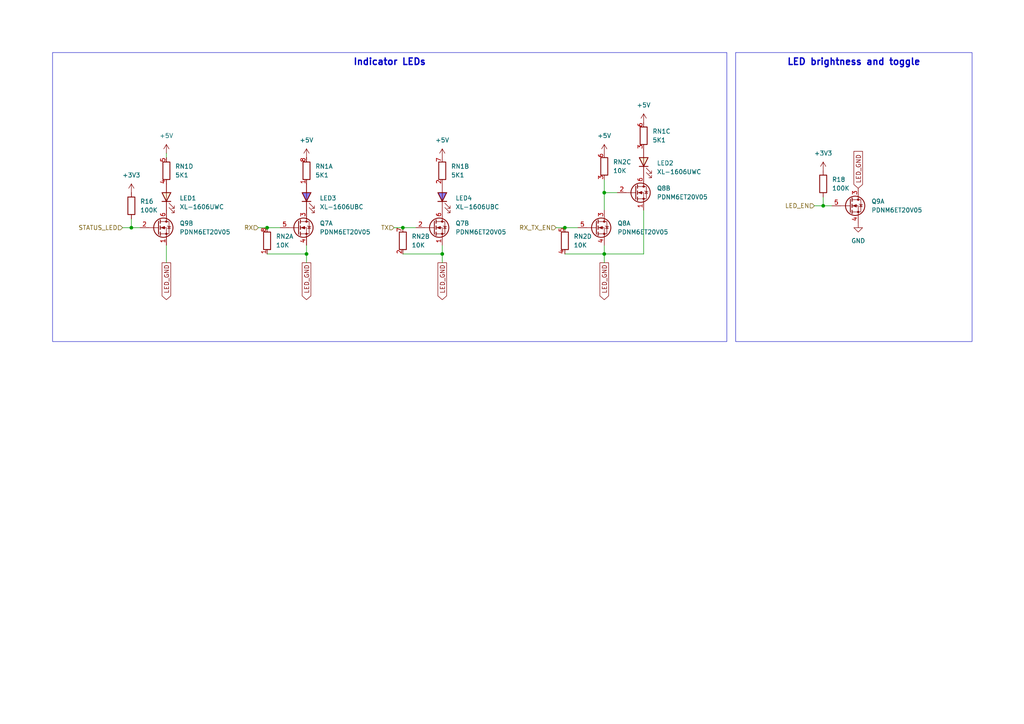
<source format=kicad_sch>
(kicad_sch (version 20231120) (generator "eeschema") (generator_version "8.0")
  (paper "A4")
  (lib_symbols
    (symbol "Device:R" (pin_numbers hide) (pin_names (offset 0))
      (property "Reference" "R" (at 2.032 0 90))
      (property "Value" "R" (at 0 0 90))
      (symbol "R_0_1"
        (rectangle (start -1.016 -2.54) (end 1.016 2.54) (stroke (width 0.254)))
      )
      (symbol "R_1_1"
        (pin passive line (at 0 3.81 270) (length 1.27) (name "~") (number "1"))
        (pin passive line (at 0 -3.81 90) (length 1.27) (name "~") (number "2"))
      )
    )
    (symbol "Device:R_Pack04_Split" (pin_names (offset 0) hide)
      (property "Reference" "RN" (at 2.032 0 90))
      (property "Value" "R_Pack04_Split" (at 0 0 90))
      (symbol "R_Pack04_Split_0_1"
        (rectangle (start 1.016 2.54) (end -1.016 -2.54) (stroke (width 0.254)))
      )
      (symbol "R_Pack04_Split_1_1"
        (pin passive line (at 0 -3.81 90) (length 1.27) (name "R1.1") (number "1"))
        (pin passive line (at 0 3.81 270) (length 1.27) (name "R1.2") (number "8"))
      )
      (symbol "R_Pack04_Split_2_1"
        (pin passive line (at 0 -3.81 90) (length 1.27) (name "R2.1") (number "2"))
        (pin passive line (at 0 3.81 270) (length 1.27) (name "R2.2") (number "7"))
      )
      (symbol "R_Pack04_Split_3_1"
        (pin passive line (at 0 -3.81 90) (length 1.27) (name "R3.1") (number "3"))
        (pin passive line (at 0 3.81 270) (length 1.27) (name "R3.2") (number "6"))
      )
      (symbol "R_Pack04_Split_4_1"
        (pin passive line (at 0 -3.81 90) (length 1.27) (name "R4.1") (number "4"))
        (pin passive line (at 0 3.81 270) (length 1.27) (name "R4.2") (number "5"))
      )
    )
    (symbol "discrete:PDNM6ET20V05" (pin_names hide)
      (property "Reference" "Q" (at 5.08 1.905 0))
      (property "Value" "PDNM6ET20V05" (at 5.08 0 0))
      (symbol "PDNM6ET20V05_0_1"
        (polyline (pts (xy 0.254 0) (xy -2.54 0)))
        (polyline (pts (xy 0.254 1.905) (xy 0.254 -1.905)) (stroke (width 0.254)))
        (polyline (pts (xy 0.762 -1.27) (xy 0.762 -2.286)) (stroke (width 0.254)))
        (polyline (pts (xy 0.762 0.508) (xy 0.762 -0.508)) (stroke (width 0.254)))
        (polyline (pts (xy 0.762 2.286) (xy 0.762 1.27)) (stroke (width 0.254)))
        (polyline (pts (xy 2.54 2.54) (xy 2.54 1.778)))
        (polyline (pts (xy 2.54 -2.54) (xy 2.54 0) (xy 0.762 0)))
        (polyline (pts (xy 0.762 -1.778) (xy 3.302 -1.778) (xy 3.302 1.778) (xy 0.762 1.778)))
        (polyline (pts (xy 1.016 0) (xy 2.032 0.381) (xy 2.032 -0.381) (xy 1.016 0)) (fill (type outline)))
        (polyline (pts (xy 2.794 0.508) (xy 2.921 0.381) (xy 3.683 0.381) (xy 3.81 0.254)))
        (polyline (pts (xy 3.302 0.381) (xy 2.921 -0.254) (xy 3.683 -0.254) (xy 3.302 0.381)))
        (circle (center 1.651 0) (radius 2.794) (stroke (width 0.254)))
        (circle (center 2.54 -1.778) (radius 0.254) (fill (type outline)))
        (circle (center 2.54 1.778) (radius 0.254) (fill (type outline)))
      )
      (symbol "PDNM6ET20V05_1_1"
        (pin passive line (at 2.54 5.08 270) (length 2.54) (name "D") (number "3"))
        (pin passive line (at 2.54 -5.08 90) (length 2.54) (name "S") (number "4"))
        (pin input line (at -5.08 0 0) (length 2.54) (name "G") (number "5"))
      )
      (symbol "PDNM6ET20V05_2_1"
        (pin passive line (at 2.54 -5.08 90) (length 2.54) (name "S") (number "1"))
        (pin input line (at -5.08 0 0) (length 2.54) (name "G") (number "2"))
        (pin passive line (at 2.54 5.08 270) (length 2.54) (name "D") (number "6"))
      )
    )
    (symbol "discrete:XL-1606UBC" (pin_numbers hide) (pin_names (offset 1.016) hide)
      (property "Reference" "D" (at 0 2.54 0))
      (property "Value" "XL-1606UBC" (at 0 -2.54 0))
      (symbol "XL-1606UBC_0_1"
        (polyline (pts (xy -1.27 -1.27) (xy -1.27 1.27)) (stroke (width 0.254)))
        (polyline (pts (xy -3.048 -0.762) (xy -4.572 -2.286) (xy -3.81 -2.286) (xy -4.572 -2.286) (xy -4.572 -1.524)))
        (polyline (pts (xy -1.778 -0.762) (xy -3.302 -2.286) (xy -2.54 -2.286) (xy -3.302 -2.286) (xy -3.302 -1.524)))
      )
      (symbol "XL-1606UBC_1_1"
        (polyline (pts (xy -1.27 0) (xy 1.27 0)))
        (polyline (pts (xy 1.27 -1.27) (xy 1.27 1.27) (xy -1.27 0) (xy 1.27 -1.27)) (stroke (width 0.254)) (fill (type color) (color 0 0 255 0.5)))
        (pin passive line (at -3.81 0 0) (length 2.54) (name "K") (number "1"))
        (pin passive line (at 3.81 0 180) (length 2.54) (name "A") (number "2"))
      )
    )
    (symbol "discrete:XL-1606UWC" (pin_numbers hide) (pin_names (offset 1.016) hide)
      (property "Reference" "D" (at 0 2.54 0))
      (property "Value" "XL-1606UWC" (at 0 -2.54 0))
      (symbol "XL-1606UWC_0_1"
        (polyline (pts (xy -1.27 -1.27) (xy -1.27 1.27)) (stroke (width 0.254)))
        (polyline (pts (xy -3.048 -0.762) (xy -4.572 -2.286) (xy -3.81 -2.286) (xy -4.572 -2.286) (xy -4.572 -1.524)))
        (polyline (pts (xy -1.778 -0.762) (xy -3.302 -2.286) (xy -2.54 -2.286) (xy -3.302 -2.286) (xy -3.302 -1.524)))
      )
      (symbol "XL-1606UWC_1_1"
        (polyline (pts (xy -1.27 0) (xy 1.27 0)))
        (polyline (pts (xy 1.27 -1.27) (xy 1.27 1.27) (xy -1.27 0) (xy 1.27 -1.27)) (stroke (width 0.254)) (fill (type color) (color 255 255 194 0.5)))
        (pin passive line (at -3.81 0 0) (length 2.54) (name "K") (number "1"))
        (pin passive line (at 3.81 0 180) (length 2.54) (name "A") (number "2"))
      )
    )
    (symbol "power:+3V3" (power) (pin_numbers hide) (pin_names (offset 0) hide)
      (property "Value" "+3V3" (at 0 3.556 0))
      (symbol "+3V3_0_1"
        (polyline (pts (xy -0.762 1.27) (xy 0 2.54)))
        (polyline (pts (xy 0 0) (xy 0 2.54)))
        (polyline (pts (xy 0 2.54) (xy 0.762 1.27)))
      )
      (symbol "+3V3_1_1"
        (pin power_in line (at 0 0 90) (length 0) (name "~") (number "1"))
      )
    )
    (symbol "power:GND" (power) (pin_numbers hide) (pin_names (offset 0) hide)
      (property "Value" "GND" (at 0 -3.81 0))
      (symbol "GND_0_1"
        (polyline (pts (xy 0 0) (xy 0 -1.27) (xy 1.27 -1.27) (xy 0 -2.54) (xy -1.27 -1.27) (xy 0 -1.27)))
      )
      (symbol "GND_1_1"
        (pin power_in line (at 0 0 270) (length 0) (name "~") (number "1"))
      )
    )
    (symbol "power:VCC" (power) (pin_numbers hide) (pin_names (offset 0) hide)
      (property "Value" "VCC" (at 0 3.556 0))
      (symbol "VCC_0_1"
        (polyline (pts (xy -0.762 1.27) (xy 0 2.54)))
        (polyline (pts (xy 0 0) (xy 0 2.54)))
        (polyline (pts (xy 0 2.54) (xy 0.762 1.27)))
      )
      (symbol "VCC_1_1"
        (pin power_in line (at 0 0 90) (length 0) (name "~") (number "1"))
      )
    )
  )
  (junction (at 38.1 66.04))
  (junction (at 88.9 73.66))
  (junction (at 116.84 66.04))
  (junction (at 163.83 66.04))
  (junction (at 128.27 73.66))
  (junction (at 238.76 59.69))
  (junction (at 77.47 66.04))
  (junction (at 175.26 55.88))
  (junction (at 175.26 73.66))
  (wire (pts (xy 128.27 71.12) (xy 128.27 73.66)))
  (wire (pts (xy 88.9 71.12) (xy 88.9 73.66)))
  (wire (pts (xy 74.93 66.04) (xy 77.47 66.04)))
  (wire (pts (xy 175.26 52.07) (xy 175.26 55.88)))
  (wire (pts (xy 238.76 59.69) (xy 241.3 59.69)))
  (wire (pts (xy 175.26 71.12) (xy 175.26 73.66)))
  (wire (pts (xy 38.1 66.04) (xy 40.64 66.04)))
  (wire (pts (xy 175.26 55.88) (xy 175.26 60.96)))
  (wire (pts (xy 236.22 59.69) (xy 238.76 59.69)))
  (wire (pts (xy 77.47 66.04) (xy 81.28 66.04)))
  (wire (pts (xy 48.26 44.45) (xy 48.26 45.72)))
  (wire (pts (xy 128.27 73.66) (xy 128.27 76.2)))
  (wire (pts (xy 163.83 66.04) (xy 167.64 66.04)))
  (wire (pts (xy 116.84 73.66) (xy 128.27 73.66)))
  (wire (pts (xy 186.69 60.96) (xy 186.69 73.66)))
  (wire (pts (xy 186.69 73.66) (xy 175.26 73.66)))
  (wire (pts (xy 116.84 66.04) (xy 120.65 66.04)))
  (wire (pts (xy 35.56 66.04) (xy 38.1 66.04)))
  (wire (pts (xy 175.26 55.88) (xy 179.07 55.88)))
  (wire (pts (xy 114.3 66.04) (xy 116.84 66.04)))
  (wire (pts (xy 175.26 76.2) (xy 175.26 73.66)))
  (wire (pts (xy 38.1 63.5) (xy 38.1 66.04)))
  (wire (pts (xy 48.26 71.12) (xy 48.26 76.2)))
  (wire (pts (xy 238.76 57.15) (xy 238.76 59.69)))
  (wire (pts (xy 77.47 73.66) (xy 88.9 73.66)))
  (wire (pts (xy 163.83 73.66) (xy 175.26 73.66)))
  (wire (pts (xy 88.9 73.66) (xy 88.9 76.2)))
  (wire (pts (xy 161.29 66.04) (xy 163.83 66.04)))
  (text_box "LED brightness and toggle" (at 213.36 15.24 0) (size 68.58 83.82) (stroke (width 0.127)) (effects (font (size 1.905 1.905) (thickness 0.381) (bold yes)) (justify top)))
  (text_box "Indicator LEDs" (at 15.24 15.24 0) (size 195.58 83.82) (stroke (width 0.127)) (effects (font (size 1.905 1.905) (thickness 0.381) (bold yes)) (justify top)))
  (global_label "LED_GND" (shape input) (at 248.92 54.61 90) (property "Intersheetrefs" "${INTERSHEET_REFS}" (effects (hide yes))))
  (global_label "LED_GND" (shape output) (at 128.27 76.2 270) (property "Intersheetrefs" "${INTERSHEET_REFS}" (effects (hide yes))))
  (global_label "LED_GND" (shape output) (at 88.9 76.2 270) (property "Intersheetrefs" "${INTERSHEET_REFS}" (effects (hide yes))))
  (global_label "LED_GND" (shape output) (at 175.26 76.2 270) (property "Intersheetrefs" "${INTERSHEET_REFS}" (effects (hide yes))))
  (global_label "LED_GND" (shape output) (at 48.26 76.2 270) (property "Intersheetrefs" "${INTERSHEET_REFS}" (effects (hide yes))))
  (hierarchical_label "RX_TX_EN" (shape input) (at 161.29 66.04 180))
  (hierarchical_label "TX" (shape input) (at 114.3 66.04 180))
  (hierarchical_label "RX" (shape input) (at 74.93 66.04 180))
  (hierarchical_label "STATUS_LED" (shape input) (at 35.56 66.04 180))
  (hierarchical_label "LED_EN" (shape input) (at 236.22 59.69 180))
  (symbol (lib_id "discrete:PDNM6ET20V05") (at 184.15 55.88 0) (unit 2)
    (property "Reference" "Q8" (at 190.5 54.6099 0) (effects (justify left)))
    (property "Value" "PDNM6ET20V05" (at 190.5 57.1499 0) (effects (justify left)))
    (property "Footprint" "Package_TO_SOT_SMD:SOT-563" (effects (hide yes)))
    (property "Datasheet" "https://www.lcsc.com/datasheet/lcsc_datasheet_2410121242_Shanghai-Prisemi-Elec-PDNM6ET20V05_C918811.pdf" (effects (hide yes)))
    (property "Description" "500mA Id, 20V Vds, Dual N-Channel MOSFET, SOT-563" (effects (hide yes)))
    (property "LCSC Part" "C918811" (effects (hide yes)))
  )
  (symbol (lib_id "Device:R_Pack04_Split") (at 88.9 49.53 0) (unit 1)
    (property "Reference" "RN1" (at 91.44 48.2599 0) (effects (justify left)))
    (property "Value" "5K1" (at 91.44 50.7999 0) (effects (justify left)))
    (property "Footprint" "discrete:R_Array_Convex_4x0603_HandSolder" (effects (hide yes)))
    (property "Description" "4 resistor network, parallel topology, split" (effects (hide yes)))
  )
  (symbol (lib_id "Device:R_Pack04_Split") (at 77.47 69.85 0) (unit 1)
    (property "Reference" "RN2" (at 80.01 68.5799 0) (effects (justify left)))
    (property "Value" "10K" (at 80.01 71.1199 0) (effects (justify left)))
    (property "Footprint" "discrete:R_Array_Convex_4x0603_HandSolder" (effects (hide yes)))
    (property "Description" "4 resistor network, parallel topology, split" (effects (hide yes)))
  )
  (symbol (lib_id "discrete:PDNM6ET20V05") (at 246.38 59.69 0) (unit 1)
    (property "Reference" "Q9" (at 252.73 58.4199 0) (effects (justify left)))
    (property "Value" "PDNM6ET20V05" (at 252.73 60.9599 0) (effects (justify left)))
    (property "Footprint" "Package_TO_SOT_SMD:SOT-563" (effects (hide yes)))
    (property "Datasheet" "https://www.lcsc.com/datasheet/lcsc_datasheet_2410121242_Shanghai-Prisemi-Elec-PDNM6ET20V05_C918811.pdf" (effects (hide yes)))
    (property "Description" "500mA Id, 20V Vds, Dual N-Channel MOSFET, SOT-563" (effects (hide yes)))
    (property "LCSC Part" "C918811" (effects (hide yes)))
  )
  (symbol (lib_id "power:VCC") (at 186.69 35.56 0) (unit 1)
    (property "Reference" "#PWR087" (effects (hide yes)))
    (property "Value" "+5V" (at 186.69 30.48 0))
    (property "Description" "Power symbol creates a global label with name \"VCC\"" (effects (hide yes)))
  )
  (symbol (lib_id "power:GND") (at 248.92 64.77 0) (unit 1)
    (property "Reference" "#PWR084" (effects (hide yes)))
    (property "Value" "GND" (at 248.92 69.85 0))
    (property "Description" "Power symbol creates a global label with name \"GND\" , ground" (effects (hide yes)))
  )
  (symbol (lib_id "Device:R_Pack04_Split") (at 163.83 69.85 0) (unit 4)
    (property "Reference" "RN2" (at 166.37 68.5799 0) (effects (justify left)))
    (property "Value" "10K" (at 166.37 71.1199 0) (effects (justify left)))
    (property "Footprint" "discrete:R_Array_Convex_4x0603_HandSolder" (effects (hide yes)))
    (property "Description" "4 resistor network, parallel topology, split" (effects (hide yes)))
  )
  (symbol (lib_id "power:VCC") (at 128.27 45.72 0) (unit 1)
    (property "Reference" "#PWR081" (effects (hide yes)))
    (property "Value" "+5V" (at 128.27 40.64 0))
    (property "Description" "Power symbol creates a global label with name \"VCC\"" (effects (hide yes)))
  )
  (symbol (lib_id "discrete:PDNM6ET20V05") (at 45.72 66.04 0) (unit 2)
    (property "Reference" "Q9" (at 52.07 64.7699 0) (effects (justify left)))
    (property "Value" "PDNM6ET20V05" (at 52.07 67.3099 0) (effects (justify left)))
    (property "Footprint" "Package_TO_SOT_SMD:SOT-563" (effects (hide yes)))
    (property "Datasheet" "https://www.lcsc.com/datasheet/lcsc_datasheet_2410121242_Shanghai-Prisemi-Elec-PDNM6ET20V05_C918811.pdf" (effects (hide yes)))
    (property "Description" "500mA Id, 20V Vds, Dual N-Channel MOSFET, SOT-563" (effects (hide yes)))
    (property "LCSC Part" "C918811" (effects (hide yes)))
  )
  (symbol (lib_id "discrete:PDNM6ET20V05") (at 86.36 66.04 0) (unit 1)
    (property "Reference" "Q7" (at 92.71 64.7699 0) (effects (justify left)))
    (property "Value" "PDNM6ET20V05" (at 92.71 67.3099 0) (effects (justify left)))
    (property "Footprint" "Package_TO_SOT_SMD:SOT-563" (effects (hide yes)))
    (property "Datasheet" "https://www.lcsc.com/datasheet/lcsc_datasheet_2410121242_Shanghai-Prisemi-Elec-PDNM6ET20V05_C918811.pdf" (effects (hide yes)))
    (property "Description" "500mA Id, 20V Vds, Dual N-Channel MOSFET, SOT-563" (effects (hide yes)))
    (property "LCSC Part" "C918811" (effects (hide yes)))
  )
  (symbol (lib_id "discrete:XL-1606UBC") (at 128.27 57.15 90) (unit 1)
    (property "Reference" "LED4" (at 132.08 57.4674 90) (effects (justify right)))
    (property "Value" "XL-1606UBC" (at 132.08 60.0074 90) (effects (justify right)))
    (property "Footprint" "discrete:LED_SideEmitter_1.7x1.1mm" (effects (hide yes)))
    (property "Datasheet" "https://www.lcsc.com/datasheet/lcsc_datasheet_2402181506_XINGLIGHT-XL-1606UBC_C965865.pdf" (effects (hide yes)))
    (property "Description" "Light emitting diode, Blue, Side-Emitter package" (effects (hide yes)))
    (property "LCSC Part" "C965865" (effects (hide yes)))
  )
  (symbol (lib_id "Device:R_Pack04_Split") (at 186.69 39.37 0) (unit 3)
    (property "Reference" "RN1" (at 189.23 38.0999 0) (effects (justify left)))
    (property "Value" "5K1" (at 189.23 40.6399 0) (effects (justify left)))
    (property "Footprint" "discrete:R_Array_Convex_4x0603_HandSolder" (effects (hide yes)))
    (property "Description" "4 resistor network, parallel topology, split" (effects (hide yes)))
  )
  (symbol (lib_id "discrete:XL-1606UWC") (at 186.69 46.99 90) (unit 1)
    (property "Reference" "LED2" (at 190.5 47.3074 90) (effects (justify right)))
    (property "Value" "XL-1606UWC" (at 190.5 49.8474 90) (effects (justify right)))
    (property "Footprint" "discrete:LED_SideEmitter_1.7x1.1mm" (effects (hide yes)))
    (property "Datasheet" "https://www.lcsc.com/datasheet/lcsc_datasheet_2402181506_XINGLIGHT-XL-1606UWC_C965866.pdf" (effects (hide yes)))
    (property "Description" "Light emitting diode, Warm white, Side-Emitter package" (effects (hide yes)))
    (property "LCSC Part" "C965866" (effects (hide yes)))
  )
  (symbol (lib_id "power:VCC") (at 48.26 44.45 0) (unit 1)
    (property "Reference" "#PWR077" (effects (hide yes)))
    (property "Value" "+5V" (at 48.26 39.37 0))
    (property "Description" "Power symbol creates a global label with name \"VCC\"" (effects (hide yes)))
  )
  (symbol (lib_id "power:+3V3") (at 238.76 49.53 0) (mirror y) (unit 1)
    (property "Reference" "#PWR083" (effects (hide yes)))
    (property "Value" "+3V3" (at 238.76 44.45 0))
    (property "Description" "Power symbol creates a global label with name \"+3V3\"" (effects (hide yes)))
  )
  (symbol (lib_id "power:VCC") (at 175.26 44.45 0) (unit 1)
    (property "Reference" "#PWR086" (effects (hide yes)))
    (property "Value" "+5V" (at 175.26 39.37 0))
    (property "Description" "Power symbol creates a global label with name \"VCC\"" (effects (hide yes)))
  )
  (symbol (lib_id "Device:R_Pack04_Split") (at 48.26 49.53 0) (unit 4)
    (property "Reference" "RN1" (at 50.8 48.2599 0) (effects (justify left)))
    (property "Value" "5K1" (at 50.8 50.7999 0) (effects (justify left)))
    (property "Footprint" "discrete:R_Array_Convex_4x0603_HandSolder" (effects (hide yes)))
    (property "Description" "4 resistor network, parallel topology, split" (effects (hide yes)))
  )
  (symbol (lib_id "Device:R_Pack04_Split") (at 175.26 48.26 0) (unit 3)
    (property "Reference" "RN2" (at 177.8 46.9899 0) (effects (justify left)))
    (property "Value" "10K" (at 177.8 49.5299 0) (effects (justify left)))
    (property "Footprint" "discrete:R_Array_Convex_4x0603_HandSolder" (effects (hide yes)))
    (property "Description" "4 resistor network, parallel topology, split" (effects (hide yes)))
  )
  (symbol (lib_id "Device:R") (at 38.1 59.69 180) (unit 1)
    (property "Reference" "R16" (at 40.64 58.4199 0) (effects (justify right)))
    (property "Value" "100K" (at 40.64 60.9599 0) (effects (justify right)))
    (property "Footprint" "Resistor_SMD:R_0603_1608Metric" (effects (hide yes)))
    (property "Description" "Resistor" (effects (hide yes)))
  )
  (symbol (lib_id "power:+3V3") (at 38.1 55.88 0) (mirror y) (unit 1)
    (property "Reference" "#PWR076" (effects (hide yes)))
    (property "Value" "+3V3" (at 38.1 50.8 0))
    (property "Description" "Power symbol creates a global label with name \"+3V3\"" (effects (hide yes)))
  )
  (symbol (lib_id "discrete:PDNM6ET20V05") (at 172.72 66.04 0) (unit 1)
    (property "Reference" "Q8" (at 179.07 64.7699 0) (effects (justify left)))
    (property "Value" "PDNM6ET20V05" (at 179.07 67.3099 0) (effects (justify left)))
    (property "Footprint" "Package_TO_SOT_SMD:SOT-563" (effects (hide yes)))
    (property "Datasheet" "https://www.lcsc.com/datasheet/lcsc_datasheet_2410121242_Shanghai-Prisemi-Elec-PDNM6ET20V05_C918811.pdf" (effects (hide yes)))
    (property "Description" "500mA Id, 20V Vds, Dual N-Channel MOSFET, SOT-563" (effects (hide yes)))
    (property "LCSC Part" "C918811" (effects (hide yes)))
  )
  (symbol (lib_id "discrete:PDNM6ET20V05") (at 125.73 66.04 0) (unit 2)
    (property "Reference" "Q7" (at 132.08 64.7699 0) (effects (justify left)))
    (property "Value" "PDNM6ET20V05" (at 132.08 67.3099 0) (effects (justify left)))
    (property "Footprint" "Package_TO_SOT_SMD:SOT-563" (effects (hide yes)))
    (property "Datasheet" "https://www.lcsc.com/datasheet/lcsc_datasheet_2410121242_Shanghai-Prisemi-Elec-PDNM6ET20V05_C918811.pdf" (effects (hide yes)))
    (property "Description" "500mA Id, 20V Vds, Dual N-Channel MOSFET, SOT-563" (effects (hide yes)))
    (property "LCSC Part" "C918811" (effects (hide yes)))
  )
  (symbol (lib_id "discrete:XL-1606UBC") (at 88.9 57.15 90) (unit 1)
    (property "Reference" "LED3" (at 92.71 57.4674 90) (effects (justify right)))
    (property "Value" "XL-1606UBC" (at 92.71 60.0074 90) (effects (justify right)))
    (property "Footprint" "discrete:LED_SideEmitter_1.7x1.1mm" (effects (hide yes)))
    (property "Datasheet" "https://www.lcsc.com/datasheet/lcsc_datasheet_2402181506_XINGLIGHT-XL-1606UBC_C965865.pdf" (effects (hide yes)))
    (property "Description" "Light emitting diode, Blue, Side-Emitter package" (effects (hide yes)))
    (property "LCSC Part" "C965865" (effects (hide yes)))
  )
  (symbol (lib_id "power:VCC") (at 88.9 45.72 0) (unit 1)
    (property "Reference" "#PWR079" (effects (hide yes)))
    (property "Value" "+5V" (at 88.9 40.64 0))
    (property "Description" "Power symbol creates a global label with name \"VCC\"" (effects (hide yes)))
  )
  (symbol (lib_id "Device:R") (at 238.76 53.34 180) (unit 1)
    (property "Reference" "R18" (at 241.3 52.0699 0) (effects (justify right)))
    (property "Value" "100K" (at 241.3 54.6099 0) (effects (justify right)))
    (property "Footprint" "Resistor_SMD:R_0603_1608Metric" (effects (hide yes)))
    (property "Description" "Resistor" (effects (hide yes)))
  )
  (symbol (lib_id "Device:R_Pack04_Split") (at 128.27 49.53 0) (unit 2)
    (property "Reference" "RN1" (at 130.81 48.2599 0) (effects (justify left)))
    (property "Value" "5K1" (at 130.81 50.7999 0) (effects (justify left)))
    (property "Footprint" "discrete:R_Array_Convex_4x0603_HandSolder" (effects (hide yes)))
    (property "Description" "4 resistor network, parallel topology, split" (effects (hide yes)))
  )
  (symbol (lib_id "discrete:XL-1606UWC") (at 48.26 57.15 90) (unit 1)
    (property "Reference" "LED1" (at 52.07 57.4674 90) (effects (justify right)))
    (property "Value" "XL-1606UWC" (at 52.07 60.0074 90) (effects (justify right)))
    (property "Footprint" "discrete:LED_SideEmitter_1.7x1.1mm" (effects (hide yes)))
    (property "Datasheet" "https://www.lcsc.com/datasheet/lcsc_datasheet_2402181506_XINGLIGHT-XL-1606UWC_C965866.pdf" (effects (hide yes)))
    (property "Description" "Light emitting diode, Warm white, Side-Emitter package" (effects (hide yes)))
    (property "LCSC Part" "C965866" (effects (hide yes)))
  )
  (symbol (lib_id "Device:R_Pack04_Split") (at 116.84 69.85 0) (unit 2)
    (property "Reference" "RN2" (at 119.38 68.5799 0) (effects (justify left)))
    (property "Value" "10K" (at 119.38 71.1199 0) (effects (justify left)))
    (property "Footprint" "discrete:R_Array_Convex_4x0603_HandSolder" (effects (hide yes)))
    (property "Description" "4 resistor network, parallel topology, split" (effects (hide yes)))
  )
)
</source>
